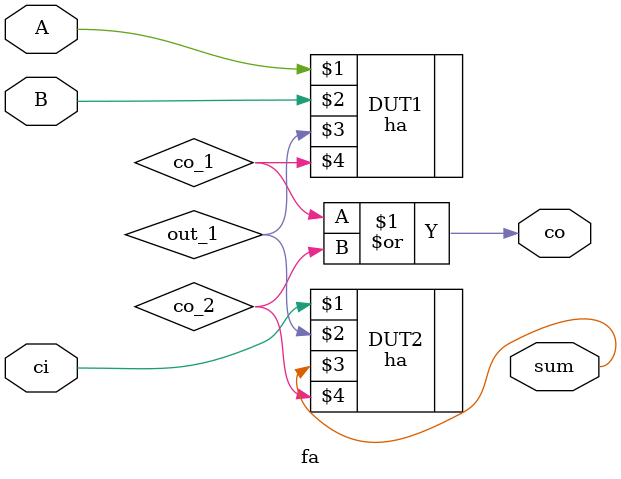
<source format=v>
module fa(A,B,ci,sum,co);
input A,B,ci;
output sum,co;
wire out_1,co_1,co_2;
ha DUT1(A,B,out_1,co_1);
ha DUT2(ci,out_1,sum,co_2);
assign co=co_1|co_2;
endmodule
</source>
